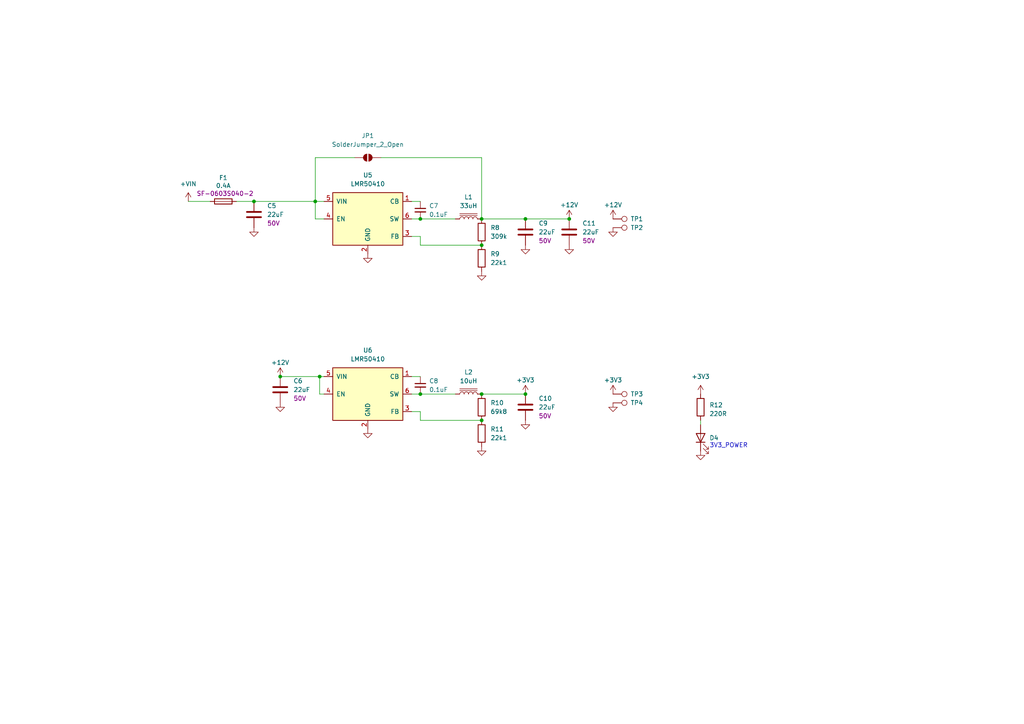
<source format=kicad_sch>
(kicad_sch (version 20250114) (generator "eeschema") (generator_version "9.0")
  (paper "A4")
  (lib_symbols
    (symbol "Connector:TestPoint" (pin_numbers (hide yes)) (pin_names (offset 0.762) (hide yes))
      (property "Reference" "TP" (at 0 6.858 0))
      (property "Value" "TestPoint" (at 0 5.08 0))
      (symbol "TestPoint_0_1"
        (circle (center 0 3.302) (radius 0.762))
      )
      (symbol "TestPoint_1_1"
        (pin passive line (at 0 0 90) (length 2.54) (name "1") (number "1"))
      )
    )
    (symbol "Device:C" (pin_numbers (hide yes)) (pin_names (offset 0.254))
      (property "Reference" "C" (at 0.635 2.54 0))
      (property "Value" "C" (at 0.635 -2.54 0))
      (symbol "C_0_1"
        (polyline (pts (xy -2.032 0.762) (xy 2.032 0.762)) (stroke (width 0.508)))
        (polyline (pts (xy -2.032 -0.762) (xy 2.032 -0.762)) (stroke (width 0.508)))
      )
      (symbol "C_1_1"
        (pin passive line (at 0 3.81 270) (length 2.794) (name "~") (number "1"))
        (pin passive line (at 0 -3.81 90) (length 2.794) (name "~") (number "2"))
      )
    )
    (symbol "Device:C_Small" (pin_numbers (hide yes)) (pin_names (offset 0.254) (hide yes))
      (property "Reference" "C" (at 0.254 1.778 0))
      (property "Value" "C_Small" (at 0.254 -2.032 0))
      (symbol "C_Small_0_1"
        (polyline (pts (xy -1.524 0.508) (xy 1.524 0.508)) (stroke (width 0.3048)))
        (polyline (pts (xy -1.524 -0.508) (xy 1.524 -0.508)) (stroke (width 0.3302)))
      )
      (symbol "C_Small_1_1"
        (pin passive line (at 0 2.54 270) (length 2.032) (name "~") (number "1"))
        (pin passive line (at 0 -2.54 90) (length 2.032) (name "~") (number "2"))
      )
    )
    (symbol "Device:Fuse" (pin_numbers (hide yes)) (pin_names (offset 0))
      (property "Reference" "F" (at 2.032 0 90))
      (property "Value" "Fuse" (at -1.905 0 90))
      (symbol "Fuse_0_1"
        (rectangle (start -0.762 -2.54) (end 0.762 2.54) (stroke (width 0.254)))
        (polyline (pts (xy 0 2.54) (xy 0 -2.54)))
      )
      (symbol "Fuse_1_1"
        (pin passive line (at 0 3.81 270) (length 1.27) (name "~") (number "1"))
        (pin passive line (at 0 -3.81 90) (length 1.27) (name "~") (number "2"))
      )
    )
    (symbol "Device:LED" (pin_numbers (hide yes)) (pin_names (offset 1.016) (hide yes))
      (property "Reference" "D" (at 0 2.54 0))
      (property "Value" "LED" (at 0 -2.54 0))
      (symbol "LED_0_1"
        (polyline (pts (xy -3.048 -0.762) (xy -4.572 -2.286) (xy -3.81 -2.286) (xy -4.572 -2.286) (xy -4.572 -1.524)))
        (polyline (pts (xy -1.778 -0.762) (xy -3.302 -2.286) (xy -2.54 -2.286) (xy -3.302 -2.286) (xy -3.302 -1.524)))
        (polyline (pts (xy -1.27 0) (xy 1.27 0)))
        (polyline (pts (xy -1.27 -1.27) (xy -1.27 1.27)) (stroke (width 0.254)))
        (polyline (pts (xy 1.27 -1.27) (xy 1.27 1.27) (xy -1.27 0) (xy 1.27 -1.27)) (stroke (width 0.254)))
      )
      (symbol "LED_1_1"
        (pin passive line (at -3.81 0 0) (length 2.54) (name "K") (number "1"))
        (pin passive line (at 3.81 0 180) (length 2.54) (name "A") (number "2"))
      )
    )
    (symbol "Device:L_Iron" (pin_numbers (hide yes)) (pin_names (offset 1.016) (hide yes))
      (property "Reference" "L" (at -1.27 0 90))
      (property "Value" "L_Iron" (at 2.794 0 90))
      (symbol "L_Iron_0_1"
        (arc (start 0 2.54) (mid 0.6323 1.905) (end 0 1.27))
        (arc (start 0 1.27) (mid 0.6323 0.635) (end 0 0))
        (arc (start 0 0) (mid 0.6323 -0.635) (end 0 -1.27))
        (arc (start 0 -1.27) (mid 0.6323 -1.905) (end 0 -2.54))
        (polyline (pts (xy 1.016 2.54) (xy 1.016 -2.54)))
        (polyline (pts (xy 1.524 -2.54) (xy 1.524 2.54)))
      )
      (symbol "L_Iron_1_1"
        (pin passive line (at 0 3.81 270) (length 1.27) (name "1") (number "1"))
        (pin passive line (at 0 -3.81 90) (length 1.27) (name "2") (number "2"))
      )
    )
    (symbol "Device:R" (pin_numbers (hide yes)) (pin_names (offset 0))
      (property "Reference" "R" (at 2.032 0 90))
      (property "Value" "R" (at 0 0 90))
      (symbol "R_0_1"
        (rectangle (start -1.016 -2.54) (end 1.016 2.54) (stroke (width 0.254)))
      )
      (symbol "R_1_1"
        (pin passive line (at 0 3.81 270) (length 1.27) (name "~") (number "1"))
        (pin passive line (at 0 -3.81 90) (length 1.27) (name "~") (number "2"))
      )
    )
    (symbol "Jumper:SolderJumper_2_Open" (pin_numbers (hide yes)) (pin_names (offset 0) (hide yes)) (in_bom no)
      (property "Reference" "JP" (at 0 2.032 0))
      (property "Value" "SolderJumper_2_Open" (at 0 -2.54 0))
      (symbol "SolderJumper_2_Open_0_1"
        (polyline (pts (xy -0.254 1.016) (xy -0.254 -1.016)))
        (arc (start -0.254 -1.016) (mid -1.2656 0) (end -0.254 1.016))
        (arc (start -0.254 -1.016) (mid -1.2656 0) (end -0.254 1.016) (fill (type outline)))
        (arc (start 0.254 1.016) (mid 1.2656 0) (end 0.254 -1.016))
        (arc (start 0.254 1.016) (mid 1.2656 0) (end 0.254 -1.016) (fill (type outline)))
        (polyline (pts (xy 0.254 1.016) (xy 0.254 -1.016)))
      )
      (symbol "SolderJumper_2_Open_1_1"
        (pin passive line (at -3.81 0 0) (length 2.54) (name "A") (number "1"))
        (pin passive line (at 3.81 0 180) (length 2.54) (name "B") (number "2"))
      )
    )
    (symbol "Regulator_Switching:LMR50410" (pin_names (offset 1.016))
      (property "Reference" "U" (at -10.16 11.43 0))
      (property "Value" "LMR50410" (at -10.16 8.89 0))
      (symbol "LMR50410_0_1"
        (rectangle (start -10.16 7.62) (end 10.16 -7.62) (stroke (width 0.254)) (fill (type background)))
      )
      (symbol "LMR50410_1_1"
        (pin power_in line (at -12.7 5.08 0) (length 2.54) (name "VIN") (number "5"))
        (pin input line (at -12.7 0 0) (length 2.54) (name "EN") (number "4"))
        (pin power_in line (at 0 -10.16 90) (length 2.54) (name "GND") (number "2"))
        (pin input line (at 12.7 5.08 180) (length 2.54) (name "CB") (number "1"))
        (pin output line (at 12.7 0 180) (length 2.54) (name "SW") (number "6"))
        (pin input line (at 12.7 -5.08 180) (length 2.54) (name "FB") (number "3"))
      )
    )
    (symbol "power:+12V" (power) (pin_names (offset 0))
      (property "Value" "+12V" (at 0 3.556 0))
      (symbol "+12V_0_1"
        (polyline (pts (xy -0.762 1.27) (xy 0 2.54)))
        (polyline (pts (xy 0 2.54) (xy 0.762 1.27)))
        (polyline (pts (xy 0 0) (xy 0 2.54)))
      )
      (symbol "+12V_1_1"
        (pin power_in line (at 0 0 90) (length 0) (hide yes) (name "+12V") (number "1"))
      )
    )
    (symbol "power:+24V" (power) (pin_names (offset 0))
      (property "Value" "+24V" (at 0 3.556 0))
      (symbol "+24V_0_1"
        (polyline (pts (xy -0.762 1.27) (xy 0 2.54)))
        (polyline (pts (xy 0 2.54) (xy 0.762 1.27)))
        (polyline (pts (xy 0 0) (xy 0 2.54)))
      )
      (symbol "+24V_1_1"
        (pin power_in line (at 0 0 90) (length 0) (hide yes) (name "+24V") (number "1"))
      )
    )
    (symbol "power:+3V3" (power) (pin_names (offset 0))
      (property "Value" "+3V3" (at 0 3.556 0))
      (symbol "+3V3_0_1"
        (polyline (pts (xy -0.762 1.27) (xy 0 2.54)))
        (polyline (pts (xy 0 2.54) (xy 0.762 1.27)))
        (polyline (pts (xy 0 0) (xy 0 2.54)))
      )
      (symbol "+3V3_1_1"
        (pin power_in line (at 0 0 90) (length 0) (hide yes) (name "+3V3") (number "1"))
      )
    )
    (symbol "power:GND" (power) (pin_names (offset 0))
      (property "Value" "GND" (at 0 -3.81 0))
      (symbol "GND_0_1"
        (polyline (pts (xy 0 0) (xy 0 -1.27) (xy 1.27 -1.27) (xy 0 -2.54) (xy -1.27 -1.27) (xy 0 -1.27)))
      )
      (symbol "GND_1_1"
        (pin power_in line (at 0 0 270) (length 0) (hide yes) (name "GND") (number "1"))
      )
    )
  )
  (text "3V3_POWER" (at 216.916 130.048 0) (effects (font (size 1.27 1.27)) (justify right bottom)))
  (junction (at 139.7 71.12))
  (junction (at 139.7 121.92))
  (junction (at 121.92 63.5))
  (junction (at 139.7 114.3))
  (junction (at 92.71 109.22))
  (junction (at 152.4 114.3))
  (junction (at 152.4 63.5))
  (junction (at 139.7 63.5))
  (junction (at 73.66 58.42))
  (junction (at 165.1 63.5))
  (junction (at 81.28 109.22))
  (junction (at 121.92 114.3))
  (junction (at 91.44 58.42))
  (wire (pts (xy 73.66 58.42) (xy 91.44 58.42)))
  (wire (pts (xy 121.92 109.22) (xy 119.38 109.22)))
  (wire (pts (xy 121.92 119.38) (xy 121.92 121.92)))
  (wire (pts (xy 121.92 63.5) (xy 132.08 63.5)))
  (wire (pts (xy 121.92 68.58) (xy 121.92 71.12)))
  (wire (pts (xy 91.44 45.72) (xy 102.87 45.72)))
  (wire (pts (xy 93.98 63.5) (xy 91.44 63.5)))
  (wire (pts (xy 92.71 114.3) (xy 92.71 109.22)))
  (wire (pts (xy 121.92 58.42) (xy 119.38 58.42)))
  (wire (pts (xy 119.38 114.3) (xy 121.92 114.3)))
  (wire (pts (xy 81.28 109.22) (xy 92.71 109.22)))
  (wire (pts (xy 92.71 109.22) (xy 93.98 109.22)))
  (wire (pts (xy 121.92 63.5) (xy 119.38 63.5)))
  (wire (pts (xy 91.44 58.42) (xy 93.98 58.42)))
  (wire (pts (xy 110.49 45.72) (xy 139.7 45.72)))
  (wire (pts (xy 68.58 58.42) (xy 73.66 58.42)))
  (wire (pts (xy 121.92 121.92) (xy 139.7 121.92)))
  (wire (pts (xy 119.38 119.38) (xy 121.92 119.38)))
  (wire (pts (xy 119.38 68.58) (xy 121.92 68.58)))
  (wire (pts (xy 121.92 114.3) (xy 132.08 114.3)))
  (wire (pts (xy 139.7 63.5) (xy 152.4 63.5)))
  (wire (pts (xy 91.44 58.42) (xy 91.44 45.72)))
  (wire (pts (xy 152.4 63.5) (xy 165.1 63.5)))
  (wire (pts (xy 93.98 114.3) (xy 92.71 114.3)))
  (wire (pts (xy 203.2 121.92) (xy 203.2 123.19)))
  (wire (pts (xy 139.7 45.72) (xy 139.7 63.5)))
  (wire (pts (xy 91.44 58.42) (xy 91.44 63.5)))
  (wire (pts (xy 139.7 114.3) (xy 152.4 114.3)))
  (wire (pts (xy 54.61 58.42) (xy 60.96 58.42)))
  (wire (pts (xy 121.92 71.12) (xy 139.7 71.12)))
  (symbol (lib_id "power:GND") (at 152.4 121.92 0) (unit 1)
    (property "Reference" "#PWR039" (effects (hide yes)))
    (property "Value" "GND" (effects (hide yes)))
  )
  (symbol (lib_id "power:GND") (at 152.4 71.12 0) (unit 1)
    (property "Reference" "#PWR037" (effects (hide yes)))
    (property "Value" "GND" (effects (hide yes)))
  )
  (symbol (lib_id "Device:R") (at 139.7 74.93 180) (unit 1)
    (property "Reference" "R9" (at 142.24 73.6599 0) (effects (justify right)))
    (property "Value" "22k1" (at 142.24 76.1999 0) (effects (justify right)))
    (property "Footprint" "Resistor_SMD:R_0603_1608Metric_Pad0.98x0.95mm_HandSolder" (effects (hide yes)))
    (property "MPN" "CRCW040222K1FKEDC" (effects (hide yes)))
    (property "Manufacturer" "Vishay" (effects (hide yes)))
    (property "DigiKey" "541-4088-1-ND" (effects (hide yes)))
  )
  (symbol (lib_id "power:GND") (at 177.8 66.04 0) (unit 1)
    (property "Reference" "#PWR043" (effects (hide yes)))
    (property "Value" "GND" (effects (hide yes)))
  )
  (symbol (lib_id "Device:R") (at 139.7 125.73 180) (unit 1)
    (property "Reference" "R11" (at 142.24 124.4599 0) (effects (justify right)))
    (property "Value" "22k1" (at 142.24 126.9999 0) (effects (justify right)))
    (property "Footprint" "Resistor_SMD:R_0603_1608Metric_Pad0.98x0.95mm_HandSolder" (effects (hide yes)))
    (property "MPN" "CRCW040222K1FKEDC" (effects (hide yes)))
    (property "Manufacturer" "Vishay" (effects (hide yes)))
    (property "DigiKey" "541-4088-1-ND" (effects (hide yes)))
  )
  (symbol (lib_id "power:+12V") (at 152.4 114.3 0) (mirror y) (unit 1)
    (property "Reference" "#PWR038" (effects (hide yes)))
    (property "Value" "+3V3" (at 152.4 110.236 0))
  )
  (symbol (lib_id "Device:C") (at 152.4 118.11 0) (unit 1)
    (property "Reference" "C10" (at 156.21 115.57 0) (effects (justify left)))
    (property "Value" "22uF" (at 156.21 118.11 0) (effects (justify left)))
    (property "Footprint" "Capacitor_SMD:C_0805_2012Metric_Pad1.18x1.45mm_HandSolder" (effects (hide yes)))
    (property "Notes" "50V" (at 156.21 120.65 0) (effects (justify left)))
    (property "MPN" "C2012X7R1H225K125AC" (effects (hide yes)))
    (property "Manufacturer" "TDK" (effects (hide yes)))
    (property "DigiKey" "445-5968-1-ND" (effects (hide yes)))
  )
  (symbol (lib_id "Device:Fuse") (at 64.77 58.42 90) (unit 1)
    (property "Reference" "F1" (at 64.77 51.562 90))
    (property "Value" "0.4A" (at 64.77 53.848 90))
    (property "Footprint" "Fuse:Fuse_0603_1608Metric_Pad1.05x0.95mm_HandSolder" (effects (hide yes)))
    (property "Description" "Fuse" (effects (hide yes)))
    (property "MPN" "SF-0603S040-2" (at 65.278 56.134 90))
    (property "Manufacturer" "Bourns" (effects (hide yes)))
    (property "DigiKey" "SF-0603S040-2CT-ND" (effects (hide yes)))
  )
  (symbol (lib_id "power:GND") (at 106.68 124.46 0) (unit 1)
    (property "Reference" "#PWR034" (effects (hide yes)))
    (property "Value" "GND" (effects (hide yes)))
  )
  (symbol (lib_id "Device:R") (at 139.7 118.11 180) (unit 1)
    (property "Reference" "R10" (at 142.24 116.8399 0) (effects (justify right)))
    (property "Value" "69k8" (at 142.24 119.3799 0) (effects (justify right)))
    (property "Footprint" "Resistor_SMD:R_0603_1608Metric_Pad0.98x0.95mm_HandSolder" (effects (hide yes)))
    (property "MPN" "CRCW040269K8FKEDC" (effects (hide yes)))
    (property "Manufacturer" "Vishay" (effects (hide yes)))
    (property "DigiKey" "541-4089-1-ND" (effects (hide yes)))
  )
  (symbol (lib_id "Connector:TestPoint") (at 177.8 63.5 270) (unit 1)
    (property "Reference" "TP1" (at 182.88 63.5 90) (effects (justify left)))
    (property "Value" "TestPoint" (effects (hide yes)))
    (property "Footprint" "TestPoint:TestPoint_Pad_1.0x1.0mm" (effects (hide yes)))
  )
  (symbol (lib_id "power:GND") (at 106.68 73.66 0) (unit 1)
    (property "Reference" "#PWR033" (effects (hide yes)))
    (property "Value" "GND" (effects (hide yes)))
  )
  (symbol (lib_id "power:GND") (at 73.66 66.04 0) (unit 1)
    (property "Reference" "#PWR030" (effects (hide yes)))
    (property "Value" "GND" (effects (hide yes)))
  )
  (symbol (lib_id "Device:L_Iron") (at 135.89 114.3 90) (unit 1)
    (property "Reference" "L2" (at 135.89 107.95 90))
    (property "Value" "10uH" (at 135.89 110.49 90))
    (property "Footprint" "Inductor_SMD:L_Bourns_SRP5030T" (effects (hide yes)))
    (property "Description" "Inductor with iron core" (effects (hide yes)))
    (property "MPN" "SRP5030T-100M" (effects (hide yes)))
    (property "Manufacturer" "Bourns" (effects (hide yes)))
    (property "DigiKey" "SRP5030T-100MCT-ND" (effects (hide yes)))
  )
  (symbol (lib_id "Device:R") (at 139.7 67.31 180) (unit 1)
    (property "Reference" "R8" (at 142.24 66.0399 0) (effects (justify right)))
    (property "Value" "309k" (at 142.24 68.5799 0) (effects (justify right)))
    (property "Footprint" "Resistor_SMD:R_0603_1608Metric_Pad0.98x0.95mm_HandSolder" (effects (hide yes)))
    (property "MPN" "CRCW0402309KFKED" (effects (hide yes)))
    (property "Manufacturer" "Vishay" (effects (hide yes)))
    (property "Digikey" "541-309KLCT-ND" (effects (hide yes)))
  )
  (symbol (lib_id "Device:LED") (at 203.2 127 90) (unit 1)
    (property "Reference" "D4" (at 205.74 127 90) (effects (justify right)))
    (property "Value" "LED" (effects (hide yes)))
    (property "Footprint" "LED_SMD:LED_0603_1608Metric_Pad1.05x0.95mm_HandSolder" (effects (hide yes)))
    (property "MPN" "150060GS75000" (effects (hide yes)))
    (property "Manufacturer" "Wurth" (effects (hide yes)))
    (property "DigiKey" "732-4971-1-ND" (effects (hide yes)))
  )
  (symbol (lib_id "Device:R") (at 203.2 118.11 180) (unit 1)
    (property "Reference" "R12" (at 205.74 117.475 0) (effects (justify right)))
    (property "Value" "220R" (at 205.74 120.015 0) (effects (justify right)))
    (property "Footprint" "Resistor_SMD:R_0402_1005Metric_Pad0.72x0.64mm_HandSolder" (effects (hide yes)))
    (property "MPN" "CRCW0402220RFKEDC" (effects (hide yes)))
    (property "Manufacturer" "Vishay" (effects (hide yes)))
    (property "DigiKey" "541-4064-1-ND" (effects (hide yes)))
  )
  (symbol (lib_id "Device:C") (at 73.66 62.23 0) (unit 1)
    (property "Reference" "C5" (at 77.47 59.69 0) (effects (justify left)))
    (property "Value" "22uF" (at 77.47 62.23 0) (effects (justify left)))
    (property "Footprint" "Capacitor_SMD:C_0805_2012Metric_Pad1.18x1.45mm_HandSolder" (effects (hide yes)))
    (property "Notes" "50V" (at 77.47 64.77 0) (effects (justify left)))
    (property "MPN" "C2012X7R1H225K125AC" (effects (hide yes)))
    (property "Manufacturer" "TDK" (effects (hide yes)))
    (property "DigiKey" "445-5968-1-ND" (effects (hide yes)))
  )
  (symbol (lib_id "power:GND") (at 81.28 116.84 0) (unit 1)
    (property "Reference" "#PWR032" (effects (hide yes)))
    (property "Value" "GND" (effects (hide yes)))
  )
  (symbol (lib_id "power:+3V3") (at 177.8 114.3 0) (unit 1)
    (property "Reference" "#PWR044" (effects (hide yes)))
    (property "Value" "+3V3" (at 177.8 110.236 0))
  )
  (symbol (lib_id "Jumper:SolderJumper_2_Open") (at 106.68 45.72 0) (unit 1) (in_bom no)
    (property "Reference" "JP1" (at 106.68 39.37 0))
    (property "Value" "SolderJumper_2_Open" (at 106.68 41.91 0))
    (property "Description" "Solder Jumper, 2-pole, open" (effects (hide yes)))
  )
  (symbol (lib_id "Device:L_Iron") (at 135.89 63.5 90) (unit 1)
    (property "Reference" "L1" (at 135.89 57.15 90))
    (property "Value" "33uH" (at 135.89 59.69 90))
    (property "Footprint" "Inductor_SMD:L_Bourns_SRR1210A" (effects (hide yes)))
    (property "Description" "Inductor with iron core" (effects (hide yes)))
    (property "MPN" "SRR1210-330M" (effects (hide yes)))
    (property "Manufacturer" "Bourns" (effects (hide yes)))
    (property "DigiKey" "SRR1210-330MCT-ND" (effects (hide yes)))
  )
  (symbol (lib_id "power:GND") (at 165.1 71.12 0) (unit 1)
    (property "Reference" "#PWR041" (effects (hide yes)))
    (property "Value" "GND" (effects (hide yes)))
  )
  (symbol (lib_id "Device:C_Small") (at 121.92 60.96 0) (unit 1)
    (property "Reference" "C7" (at 124.46 59.6962 0) (effects (justify left)))
    (property "Value" "0.1uF" (at 124.46 62.2362 0) (effects (justify left)))
    (property "Footprint" "Capacitor_SMD:C_0402_1005Metric_Pad0.74x0.62mm_HandSolder" (effects (hide yes)))
    (property "Description" "Unpolarized capacitor, small symbol" (effects (hide yes)))
    (property "MPN" "GCM155R71H104KE02D" (effects (hide yes)))
    (property "Manufacturer" "Murata" (effects (hide yes)))
    (property "DigiKey" "490-10672-1-ND" (effects (hide yes)))
  )
  (symbol (lib_id "power:+12V") (at 81.28 109.22 0) (mirror y) (unit 1)
    (property "Reference" "#PWR031" (effects (hide yes)))
    (property "Value" "+12V" (at 81.28 105.156 0))
  )
  (symbol (lib_id "Regulator_Switching:LMR50410") (at 106.68 63.5 0) (unit 1)
    (property "Reference" "U5" (at 106.68 50.8 0))
    (property "Value" "LMR50410" (at 106.68 53.34 0))
    (property "Footprint" "Package_TO_SOT_SMD:SOT-23-6_Handsoldering" (effects (hide yes)))
    (property "Datasheet" "http://www.ti.com/lit/ds/symlink/lmr50410.pdf" (effects (hide yes)))
    (property "Description" "Simple Switcher Buck Regulator, Vin=4-36V, Iout=1A, Adjustable output voltage, SOT-23-6 package" (effects (hide yes)))
    (property "MPN" "LMR50410XFDBVR" (effects (hide yes)))
    (property "Manufacturer" "TI" (effects (hide yes)))
    (property "DigiKey" "296-LMR50410XFDBVRCT-ND" (effects (hide yes)))
  )
  (symbol (lib_id "power:+3V3") (at 203.2 114.3 0) (unit 1)
    (property "Reference" "#PWR046" (effects (hide yes)))
    (property "Value" "+3V3" (at 203.2 109.22 0))
  )
  (symbol (lib_id "power:+12V") (at 177.8 63.5 0) (mirror y) (unit 1)
    (property "Reference" "#PWR042" (effects (hide yes)))
    (property "Value" "+12V" (at 177.8 59.436 0))
  )
  (symbol (lib_id "Connector:TestPoint") (at 177.8 66.04 270) (unit 1)
    (property "Reference" "TP2" (at 182.88 66.04 90) (effects (justify left)))
    (property "Value" "TestPoint" (effects (hide yes)))
    (property "Footprint" "TestPoint:TestPoint_Pad_1.0x1.0mm" (effects (hide yes)))
  )
  (symbol (lib_id "power:GND") (at 177.8 116.84 0) (unit 1)
    (property "Reference" "#PWR045" (effects (hide yes)))
    (property "Value" "GND" (effects (hide yes)))
  )
  (symbol (lib_id "power:GND") (at 203.2 130.81 0) (unit 1)
    (property "Reference" "#PWR047" (effects (hide yes)))
    (property "Value" "GND" (effects (hide yes)))
  )
  (symbol (lib_id "Connector:TestPoint") (at 177.8 116.84 270) (unit 1)
    (property "Reference" "TP4" (at 182.88 116.84 90) (effects (justify left)))
    (property "Value" "TestPoint" (effects (hide yes)))
    (property "Footprint" "TestPoint:TestPoint_Pad_1.0x1.0mm" (effects (hide yes)))
  )
  (symbol (lib_id "power:+12V") (at 165.1 63.5 0) (mirror y) (unit 1)
    (property "Reference" "#PWR040" (effects (hide yes)))
    (property "Value" "+12V" (at 165.1 59.436 0))
  )
  (symbol (lib_id "Device:C_Small") (at 121.92 111.76 0) (unit 1)
    (property "Reference" "C8" (at 124.46 110.4962 0) (effects (justify left)))
    (property "Value" "0.1uF" (at 124.46 113.0362 0) (effects (justify left)))
    (property "Footprint" "Capacitor_SMD:C_0402_1005Metric_Pad0.74x0.62mm_HandSolder" (effects (hide yes)))
    (property "Description" "Unpolarized capacitor, small symbol" (effects (hide yes)))
    (property "MPN" "GCM155R71H104KE02D" (effects (hide yes)))
    (property "Manufacturer" "Murata" (effects (hide yes)))
    (property "DigiKey" "490-10672-1-ND" (effects (hide yes)))
  )
  (symbol (lib_id "Connector:TestPoint") (at 177.8 114.3 270) (unit 1)
    (property "Reference" "TP3" (at 182.88 114.3 90) (effects (justify left)))
    (property "Value" "TestPoint" (effects (hide yes)))
    (property "Footprint" "TestPoint:TestPoint_Pad_1.0x1.0mm" (effects (hide yes)))
  )
  (symbol (lib_id "Device:C") (at 81.28 113.03 0) (unit 1)
    (property "Reference" "C6" (at 85.09 110.49 0) (effects (justify left)))
    (property "Value" "22uF" (at 85.09 113.03 0) (effects (justify left)))
    (property "Footprint" "Capacitor_SMD:C_0805_2012Metric_Pad1.18x1.45mm_HandSolder" (effects (hide yes)))
    (property "Notes" "50V" (at 85.09 115.57 0) (effects (justify left)))
    (property "MPN" "C2012X7R1H225K125AC" (effects (hide yes)))
    (property "Manufacturer" "TDK" (effects (hide yes)))
    (property "DigiKey" "445-5968-1-ND" (effects (hide yes)))
  )
  (symbol (lib_id "power:GND") (at 139.7 129.54 0) (unit 1)
    (property "Reference" "#PWR036" (effects (hide yes)))
    (property "Value" "GND" (effects (hide yes)))
  )
  (symbol (lib_id "Regulator_Switching:LMR50410") (at 106.68 114.3 0) (unit 1)
    (property "Reference" "U6" (at 106.68 101.6 0))
    (property "Value" "LMR50410" (at 106.68 104.14 0))
    (property "Footprint" "Package_TO_SOT_SMD:SOT-23-6_Handsoldering" (effects (hide yes)))
    (property "Datasheet" "http://www.ti.com/lit/ds/symlink/lmr50410.pdf" (effects (hide yes)))
    (property "Description" "Simple Switcher Buck Regulator, Vin=4-36V, Iout=1A, Adjustable output voltage, SOT-23-6 package" (effects (hide yes)))
    (property "MPN" "LMR50410XFDBVR" (effects (hide yes)))
    (property "Manufacturer" "TI" (effects (hide yes)))
    (property "DigiKey" "296-LMR50410XFDBVRCT-ND" (effects (hide yes)))
  )
  (symbol (lib_id "Device:C") (at 152.4 67.31 0) (unit 1)
    (property "Reference" "C9" (at 156.21 64.77 0) (effects (justify left)))
    (property "Value" "22uF" (at 156.21 67.31 0) (effects (justify left)))
    (property "Footprint" "Capacitor_SMD:C_0805_2012Metric_Pad1.18x1.45mm_HandSolder" (effects (hide yes)))
    (property "Notes" "50V" (at 156.21 69.85 0) (effects (justify left)))
    (property "MPN" "C2012X7R1H225K125AC" (effects (hide yes)))
    (property "Manufacturer" "TDK" (effects (hide yes)))
    (property "DigiKey" "445-5968-1-ND" (effects (hide yes)))
  )
  (symbol (lib_id "power:GND") (at 139.7 78.74 0) (unit 1)
    (property "Reference" "#PWR035" (effects (hide yes)))
    (property "Value" "GND" (effects (hide yes)))
  )
  (symbol (lib_id "power:+24V") (at 54.61 58.42 0) (unit 1)
    (property "Reference" "#PWR029" (effects (hide yes)))
    (property "Value" "+VIN" (at 54.61 53.34 0))
  )
  (symbol (lib_id "Device:C") (at 165.1 67.31 0) (unit 1)
    (property "Reference" "C11" (at 168.91 64.77 0) (effects (justify left)))
    (property "Value" "22uF" (at 168.91 67.31 0) (effects (justify left)))
    (property "Footprint" "Capacitor_SMD:C_0805_2012Metric_Pad1.18x1.45mm_HandSolder" (effects (hide yes)))
    (property "Notes" "50V" (at 168.91 69.85 0) (effects (justify left)))
    (property "MPN" "C2012X7R1H225K125AC" (effects (hide yes)))
    (property "Manufacturer" "TDK" (effects (hide yes)))
    (property "DigiKey" "445-5968-1-ND" (effects (hide yes)))
  )
)
</source>
